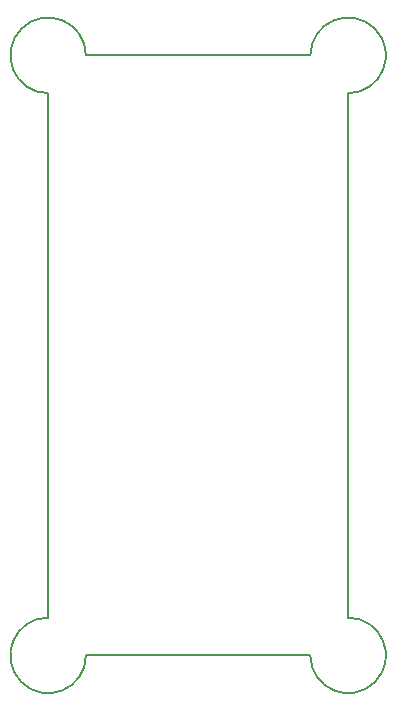
<source format=gbr>
G04 #@! TF.FileFunction,Profile,NP*
%FSLAX46Y46*%
G04 Gerber Fmt 4.6, Leading zero omitted, Abs format (unit mm)*
G04 Created by KiCad (PCBNEW 4.0.5) date 10/23/17 11:59:44*
%MOMM*%
%LPD*%
G01*
G04 APERTURE LIST*
%ADD10C,0.100000*%
%ADD11C,0.150000*%
G04 APERTURE END LIST*
D10*
D11*
X103200000Y-49200000D02*
G75*
G03X100000000Y-52400000I-3200000J0D01*
G01*
X100000000Y-96800000D02*
G75*
G03X103200000Y-100000000I0J-3200000D01*
G01*
X122200000Y-100000000D02*
G75*
G03X125400000Y-96800000I3200000J0D01*
G01*
X125400000Y-52400000D02*
G75*
G03X122200000Y-49200000I0J3200000D01*
G01*
X122200000Y-49200000D02*
X103200000Y-49200000D01*
X125400000Y-96800000D02*
X125400000Y-52400000D01*
X103200000Y-100000000D02*
X122200000Y-100000000D01*
X100000000Y-52400000D02*
X100000000Y-96800000D01*
M02*

</source>
